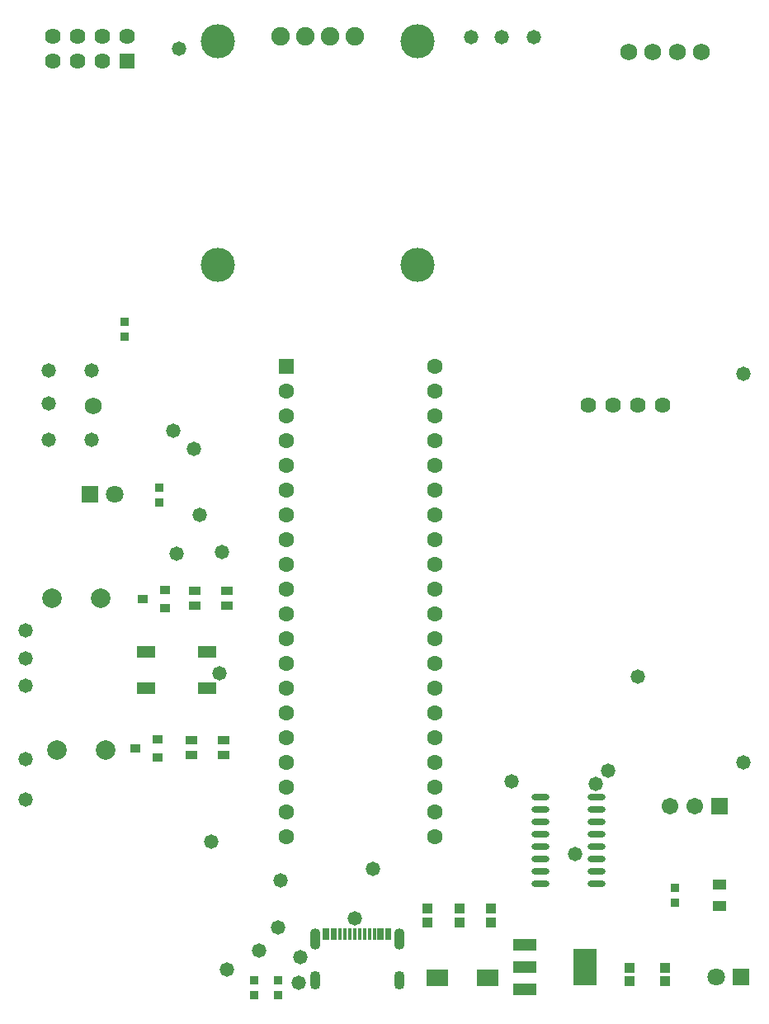
<source format=gts>
G04*
G04 #@! TF.GenerationSoftware,Altium Limited,Altium Designer,24.6.1 (21)*
G04*
G04 Layer_Color=8388736*
%FSLAX25Y25*%
%MOIN*%
G70*
G04*
G04 #@! TF.SameCoordinates,EDD53237-EAC9-4869-82B0-0CFB14AF029E*
G04*
G04*
G04 #@! TF.FilePolarity,Negative*
G04*
G01*
G75*
%ADD27R,0.07487X0.04731*%
%ADD28O,0.07270X0.02605*%
%ADD29R,0.03802X0.03575*%
%ADD30R,0.01575X0.04921*%
%ADD31R,0.04737X0.03753*%
%ADD32R,0.04337X0.03550*%
%ADD33R,0.09061X0.07093*%
%ADD34R,0.09461X0.14580*%
%ADD35R,0.09461X0.05131*%
%ADD36R,0.04343X0.03950*%
%ADD37R,0.05321X0.04337*%
%ADD38C,0.06800*%
%ADD39R,0.06706X0.06706*%
%ADD40C,0.06706*%
%ADD41C,0.06394*%
%ADD42R,0.06307X0.06307*%
%ADD43C,0.06307*%
%ADD44O,0.04331X0.07480*%
%ADD45O,0.04331X0.08662*%
%ADD46R,0.07093X0.06600*%
%ADD47C,0.07493*%
%ADD48C,0.07887*%
%ADD49C,0.07093*%
%ADD50R,0.06394X0.06394*%
%ADD51C,0.05800*%
%ADD52C,0.13792*%
D27*
X154295Y243783D02*
D03*
X178705D02*
D03*
X154295Y229217D02*
D03*
X178705D02*
D03*
D28*
X313691Y185000D02*
D03*
Y180000D02*
D03*
Y175000D02*
D03*
Y170000D02*
D03*
Y165000D02*
D03*
Y160000D02*
D03*
Y155000D02*
D03*
X336309Y185000D02*
D03*
Y180000D02*
D03*
Y150000D02*
D03*
Y160000D02*
D03*
Y155000D02*
D03*
Y170000D02*
D03*
Y175000D02*
D03*
Y165000D02*
D03*
X313691Y150000D02*
D03*
D29*
X207500Y105068D02*
D03*
Y111000D02*
D03*
X145500Y376966D02*
D03*
Y371034D02*
D03*
X159500Y309966D02*
D03*
Y304034D02*
D03*
X368000Y142534D02*
D03*
Y148466D02*
D03*
X198000Y111000D02*
D03*
Y105068D02*
D03*
D30*
X252689Y129841D02*
D03*
X251508D02*
D03*
X249539D02*
D03*
X248358D02*
D03*
X246390D02*
D03*
X244421D02*
D03*
X242453D02*
D03*
X240484D02*
D03*
X238516D02*
D03*
X236547D02*
D03*
X234579D02*
D03*
X232610D02*
D03*
X230642D02*
D03*
X229461D02*
D03*
X227492D02*
D03*
X226311D02*
D03*
D31*
X187000Y268453D02*
D03*
X185500Y207953D02*
D03*
X172500Y202047D02*
D03*
X185500D02*
D03*
X174000Y262547D02*
D03*
X187000D02*
D03*
X172500Y207953D02*
D03*
X174000Y268453D02*
D03*
D32*
X159028Y200931D02*
D03*
X149972Y204671D02*
D03*
X162028Y261431D02*
D03*
X152972Y265171D02*
D03*
X162028Y268911D02*
D03*
X159028Y208411D02*
D03*
D33*
X271900Y112000D02*
D03*
X292100D02*
D03*
D34*
X331700Y116500D02*
D03*
D35*
X307300D02*
D03*
Y107445D02*
D03*
Y125555D02*
D03*
D36*
X349500Y116256D02*
D03*
X364000D02*
D03*
X293500Y140000D02*
D03*
X281000Y134488D02*
D03*
X268000D02*
D03*
X281000Y140000D02*
D03*
X268000D02*
D03*
X349500Y110744D02*
D03*
X364000D02*
D03*
X293500Y134488D02*
D03*
D37*
X386000Y149831D02*
D03*
Y141169D02*
D03*
D38*
X133000Y343100D02*
D03*
X349157Y486000D02*
D03*
X378685D02*
D03*
X368843D02*
D03*
X359000D02*
D03*
D39*
X386000Y181500D02*
D03*
D40*
X366000D02*
D03*
X376000D02*
D03*
D41*
X363000Y343500D02*
D03*
X333000D02*
D03*
X343000D02*
D03*
X353000D02*
D03*
X126500Y492500D02*
D03*
X146500D02*
D03*
X116500Y482500D02*
D03*
Y492500D02*
D03*
X136500Y482500D02*
D03*
Y492500D02*
D03*
X126500Y482500D02*
D03*
D42*
X211000Y359000D02*
D03*
D43*
Y349000D02*
D03*
Y339000D02*
D03*
Y329000D02*
D03*
Y279000D02*
D03*
Y259000D02*
D03*
Y239000D02*
D03*
Y229000D02*
D03*
Y199000D02*
D03*
Y189000D02*
D03*
Y179000D02*
D03*
Y169000D02*
D03*
X271000D02*
D03*
Y179000D02*
D03*
Y189000D02*
D03*
Y199000D02*
D03*
Y239000D02*
D03*
Y249000D02*
D03*
Y259000D02*
D03*
Y269000D02*
D03*
Y279000D02*
D03*
Y289000D02*
D03*
Y299000D02*
D03*
Y309000D02*
D03*
Y339000D02*
D03*
Y349000D02*
D03*
Y219000D02*
D03*
Y229000D02*
D03*
Y359000D02*
D03*
X211000Y319000D02*
D03*
X271000Y329000D02*
D03*
X211000Y309000D02*
D03*
Y299000D02*
D03*
Y289000D02*
D03*
Y269000D02*
D03*
Y249000D02*
D03*
X271000Y209000D02*
D03*
Y319000D02*
D03*
X211000Y219000D02*
D03*
Y209000D02*
D03*
D44*
X256508Y111159D02*
D03*
X222492D02*
D03*
D45*
X256508Y127616D02*
D03*
X222492D02*
D03*
D46*
X131500Y307500D02*
D03*
X394500Y112500D02*
D03*
D47*
X238500Y492500D02*
D03*
X228500D02*
D03*
X218500D02*
D03*
X208500D02*
D03*
D48*
X137843Y204000D02*
D03*
X116316Y265500D02*
D03*
X118157Y204000D02*
D03*
X136001Y265500D02*
D03*
D49*
X384500Y112500D02*
D03*
X141500Y307500D02*
D03*
D50*
X146500Y482500D02*
D03*
D51*
X166500Y283500D02*
D03*
X184800Y284000D02*
D03*
X184000Y235000D02*
D03*
X165300Y333000D02*
D03*
X200000Y123000D02*
D03*
X187000Y115500D02*
D03*
X132100Y329500D02*
D03*
X115000D02*
D03*
Y344000D02*
D03*
Y357500D02*
D03*
X105500Y184000D02*
D03*
X180500Y167000D02*
D03*
X132100Y357500D02*
D03*
X105500Y230000D02*
D03*
Y241000D02*
D03*
Y252500D02*
D03*
Y200500D02*
D03*
X208500Y151500D02*
D03*
X246000Y156000D02*
D03*
X395500Y199000D02*
D03*
X302000Y191500D02*
D03*
X167500Y487500D02*
D03*
X285500Y492000D02*
D03*
X298000D02*
D03*
X311000D02*
D03*
X395500Y356000D02*
D03*
X216000Y110000D02*
D03*
X216500Y120500D02*
D03*
X327484Y162255D02*
D03*
X238500Y136000D02*
D03*
X353000Y233700D02*
D03*
X173400Y325600D02*
D03*
X176000Y299000D02*
D03*
X336000Y190300D02*
D03*
X340800Y195700D02*
D03*
X207600Y132500D02*
D03*
D52*
X183146Y490531D02*
D03*
X263854D02*
D03*
X183146Y399980D02*
D03*
X263854D02*
D03*
M02*

</source>
